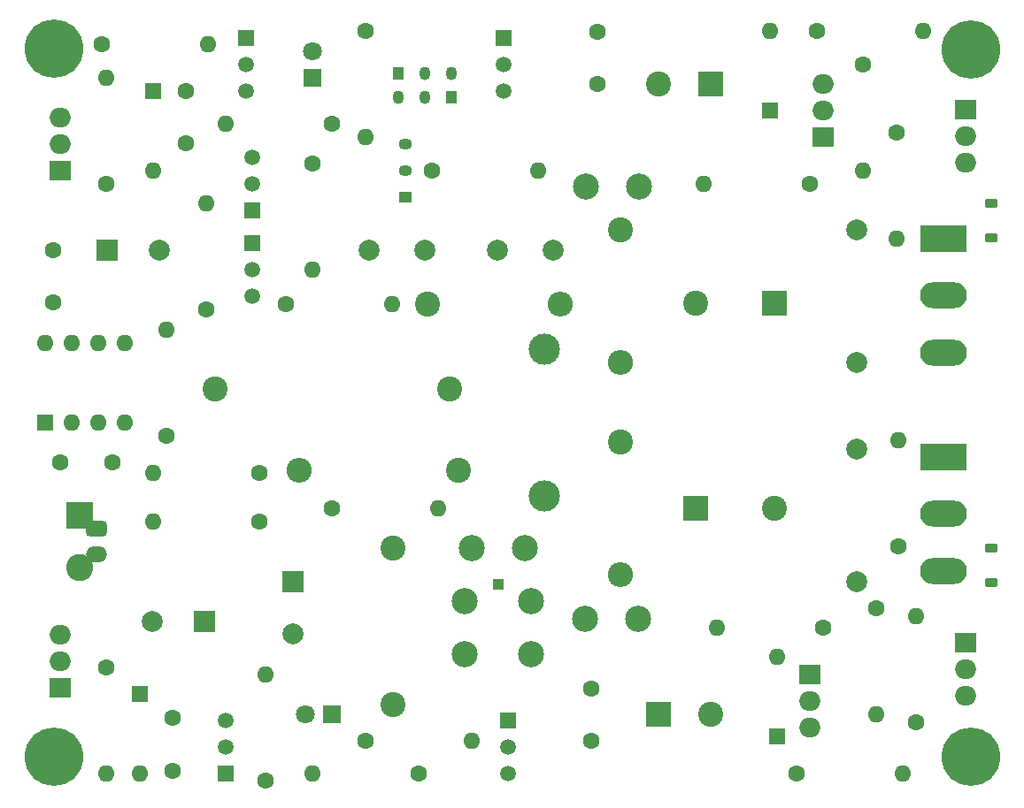
<source format=gbr>
%TF.GenerationSoftware,KiCad,Pcbnew,8.0.3*%
%TF.CreationDate,2024-07-01T09:31:08+02:00*%
%TF.ProjectId,Q17-Mini,5131372d-4d69-46e6-992e-6b696361645f,3.0.1*%
%TF.SameCoordinates,Original*%
%TF.FileFunction,Soldermask,Top*%
%TF.FilePolarity,Negative*%
%FSLAX46Y46*%
G04 Gerber Fmt 4.6, Leading zero omitted, Abs format (unit mm)*
G04 Created by KiCad (PCBNEW 8.0.3) date 2024-07-01 09:31:08*
%MOMM*%
%LPD*%
G01*
G04 APERTURE LIST*
G04 Aperture macros list*
%AMRoundRect*
0 Rectangle with rounded corners*
0 $1 Rounding radius*
0 $2 $3 $4 $5 $6 $7 $8 $9 X,Y pos of 4 corners*
0 Add a 4 corners polygon primitive as box body*
4,1,4,$2,$3,$4,$5,$6,$7,$8,$9,$2,$3,0*
0 Add four circle primitives for the rounded corners*
1,1,$1+$1,$2,$3*
1,1,$1+$1,$4,$5*
1,1,$1+$1,$6,$7*
1,1,$1+$1,$8,$9*
0 Add four rect primitives between the rounded corners*
20,1,$1+$1,$2,$3,$4,$5,0*
20,1,$1+$1,$4,$5,$6,$7,0*
20,1,$1+$1,$6,$7,$8,$9,0*
20,1,$1+$1,$8,$9,$2,$3,0*%
G04 Aperture macros list end*
%ADD10R,2.000000X1.905000*%
%ADD11O,2.000000X1.905000*%
%ADD12C,2.500000*%
%ADD13C,1.600000*%
%ADD14O,1.600000X1.600000*%
%ADD15R,1.800000X1.800000*%
%ADD16C,1.800000*%
%ADD17R,2.400000X2.400000*%
%ADD18C,2.400000*%
%ADD19C,2.000000*%
%ADD20RoundRect,0.225000X-0.375000X0.225000X-0.375000X-0.225000X0.375000X-0.225000X0.375000X0.225000X0*%
%ADD21C,3.600000*%
%ADD22C,5.600000*%
%ADD23R,2.000000X2.000000*%
%ADD24R,1.600000X1.600000*%
%ADD25R,1.300000X1.050000*%
%ADD26O,1.300000X1.050000*%
%ADD27O,2.400000X2.400000*%
%ADD28R,1.500000X1.500000*%
%ADD29C,1.500000*%
%ADD30R,4.500000X2.500000*%
%ADD31O,4.500000X2.500000*%
%ADD32R,1.050000X1.300000*%
%ADD33O,1.050000X1.300000*%
%ADD34C,3.000000*%
%ADD35R,1.000000X1.000000*%
%ADD36R,2.600000X2.600000*%
%ADD37RoundRect,0.375000X-0.625000X0.375000X-0.625000X-0.375000X0.625000X-0.375000X0.625000X0.375000X0*%
%ADD38O,2.000000X1.500000*%
%ADD39C,2.600000*%
G04 APERTURE END LIST*
D10*
%TO.C,Q13*%
X177104495Y-67140037D03*
D11*
X177104495Y-64600037D03*
X177104495Y-62060037D03*
%TD*%
D12*
%TO.C,J3-3*%
X159384495Y-113241037D03*
X154304495Y-113241037D03*
%TD*%
D13*
%TO.C,R19*%
X108077745Y-58250037D03*
D14*
X118237745Y-58250037D03*
%TD*%
D15*
%TO.C,D4*%
X130114495Y-122385037D03*
D16*
X127574495Y-122385037D03*
%TD*%
D17*
%TO.C,C16*%
X164905495Y-102700037D03*
D18*
X172405495Y-102700037D03*
%TD*%
D19*
%TO.C,R12*%
X180279495Y-96985037D03*
X180279495Y-109685037D03*
%TD*%
D10*
%TO.C,Q14*%
X175834495Y-118575037D03*
D11*
X175834495Y-121115037D03*
X175834495Y-123655037D03*
%TD*%
D13*
%TO.C,C12*%
X154879495Y-119925037D03*
X154879495Y-124925037D03*
%TD*%
%TO.C,R6*%
X125669495Y-83127712D03*
D14*
X135829495Y-83127712D03*
%TD*%
D20*
%TO.C,D7*%
X193187267Y-73490037D03*
X193187267Y-76790037D03*
%TD*%
D21*
%TO.C,H3*%
X191188820Y-126440889D03*
D22*
X191188820Y-126440889D03*
%TD*%
D13*
%TO.C,R23*%
X130114495Y-102700037D03*
D14*
X140274495Y-102700037D03*
%TD*%
D13*
%TO.C,R21*%
X123764495Y-128735037D03*
D14*
X123764495Y-118575037D03*
%TD*%
D13*
%TO.C,R40*%
X108524495Y-71585037D03*
D14*
X108524495Y-61425037D03*
%TD*%
D13*
%TO.C,R8*%
X185994495Y-123190000D03*
D14*
X185994495Y-113030000D03*
%TD*%
D13*
%TO.C,C11*%
X155514495Y-62020037D03*
X155514495Y-57020037D03*
%TD*%
D23*
%TO.C,C6*%
X117877172Y-113495037D03*
D19*
X112877172Y-113495037D03*
%TD*%
D24*
%TO.C,D2*%
X112969495Y-62735037D03*
D14*
X112969495Y-70355037D03*
%TD*%
D20*
%TO.C,D8*%
X193187267Y-106485188D03*
X193187267Y-109785188D03*
%TD*%
D15*
%TO.C,D1*%
X128209495Y-61425037D03*
D16*
X128209495Y-58885037D03*
%TD*%
D18*
%TO.C,C17*%
X135899790Y-106497272D03*
X135899790Y-121497272D03*
%TD*%
D19*
%TO.C,C1*%
X133632943Y-77928513D03*
X139004495Y-77928513D03*
%TD*%
D24*
%TO.C,D3*%
X111699495Y-120480037D03*
D14*
X111699495Y-128100037D03*
%TD*%
D13*
%TO.C,R2*%
X130114495Y-65870037D03*
D14*
X119954495Y-65870037D03*
%TD*%
D21*
%TO.C,H1*%
X103463294Y-58647028D03*
D22*
X103463294Y-58647028D03*
%TD*%
D17*
%TO.C,C14*%
X161309495Y-122385037D03*
D18*
X166309495Y-122385037D03*
%TD*%
D24*
%TO.C,D6*%
X172024495Y-64600037D03*
D14*
X172024495Y-56980037D03*
%TD*%
D23*
%TO.C,C3*%
X108604495Y-77935037D03*
D19*
X113604495Y-77935037D03*
%TD*%
D12*
%TO.C,J3-2*%
X149164495Y-116670037D03*
X149164495Y-111590037D03*
%TD*%
%TO.C,J2-1*%
X148529495Y-106510037D03*
X143449495Y-106510037D03*
%TD*%
D13*
%TO.C,R30*%
X177104495Y-114130037D03*
D14*
X166944495Y-114130037D03*
%TD*%
D10*
%TO.C,Q4*%
X104079495Y-119845037D03*
D11*
X104079495Y-117305037D03*
X104079495Y-114765037D03*
%TD*%
D25*
%TO.C,Q9*%
X137099495Y-72855037D03*
D26*
X137099495Y-70315037D03*
X137099495Y-67775037D03*
%TD*%
D18*
%TO.C,R27*%
X139244311Y-83127712D03*
D27*
X151944311Y-83127712D03*
%TD*%
D28*
%TO.C,Q7*%
X122494360Y-77300037D03*
D29*
X122494360Y-79840037D03*
X122494360Y-82380037D03*
%TD*%
D13*
%TO.C,R18*%
X114239495Y-95715037D03*
D14*
X114239495Y-85555037D03*
%TD*%
D19*
%TO.C,C10*%
X151244923Y-77935037D03*
X145873371Y-77935037D03*
%TD*%
D13*
%TO.C,R29*%
X175834495Y-71585037D03*
D14*
X165674495Y-71585037D03*
%TD*%
D30*
%TO.C,Q15*%
X188595000Y-76835000D03*
D31*
X188595000Y-82285000D03*
X188595000Y-87735000D03*
%TD*%
D28*
%TO.C,Q3*%
X119954495Y-128100037D03*
D29*
X119954495Y-125560037D03*
X119954495Y-123020037D03*
%TD*%
D30*
%TO.C,Q16*%
X188595000Y-97752220D03*
D31*
X188595000Y-103202220D03*
X188595000Y-108652220D03*
%TD*%
D18*
%TO.C,R28*%
X157673495Y-96350037D03*
D27*
X157673495Y-109050037D03*
%TD*%
D18*
%TO.C,C7*%
X118864495Y-91270037D03*
X141364495Y-91270037D03*
%TD*%
D13*
%TO.C,C8*%
X114874495Y-122779843D03*
X114874495Y-127779843D03*
%TD*%
%TO.C,R16*%
X123129495Y-99271037D03*
D14*
X112969495Y-99271037D03*
%TD*%
D13*
%TO.C,C5*%
X104079495Y-98255037D03*
X109079495Y-98255037D03*
%TD*%
D32*
%TO.C,Q111*%
X141544495Y-63330037D03*
D33*
X139004495Y-63330037D03*
X136464495Y-63330037D03*
%TD*%
D13*
%TO.C,R24*%
X139639495Y-70315037D03*
D14*
X149799495Y-70315037D03*
%TD*%
D17*
%TO.C,C13*%
X166309495Y-62060037D03*
D18*
X161309495Y-62060037D03*
%TD*%
D28*
%TO.C,Q2*%
X121859495Y-57610037D03*
D29*
X121859495Y-60150037D03*
X121859495Y-62690037D03*
%TD*%
D13*
%TO.C,C4*%
X103444495Y-77935037D03*
X103444495Y-82935037D03*
%TD*%
D21*
%TO.C,H2*%
X191175082Y-58697768D03*
D22*
X191175082Y-58697768D03*
%TD*%
D13*
%TO.C,R4*%
X128209495Y-69680037D03*
D14*
X128209495Y-79840037D03*
%TD*%
D13*
%TO.C,R9*%
X174564495Y-128100037D03*
D14*
X184724495Y-128100037D03*
%TD*%
D18*
%TO.C,R31*%
X142164495Y-98994079D03*
D27*
X126924495Y-98994079D03*
%TD*%
D13*
%TO.C,C9*%
X116144495Y-67735037D03*
X116144495Y-62735037D03*
%TD*%
%TO.C,R1*%
X118049495Y-83650037D03*
D14*
X118049495Y-73490037D03*
%TD*%
D10*
%TO.C,Q6*%
X190698000Y-115570000D03*
D11*
X190698000Y-118110000D03*
X190698000Y-120650000D03*
%TD*%
D34*
%TO.C,L1*%
X150415807Y-87457846D03*
X150415807Y-101457846D03*
%TD*%
D12*
%TO.C,J2-2*%
X142814495Y-116670037D03*
X142814495Y-111590037D03*
%TD*%
D18*
%TO.C,R26*%
X157673495Y-76030037D03*
D27*
X157673495Y-88730037D03*
%TD*%
D13*
%TO.C,R20*%
X138369495Y-128100037D03*
D14*
X128209495Y-128100037D03*
%TD*%
D13*
%TO.C,R14*%
X184089495Y-66672737D03*
D14*
X184089495Y-76832737D03*
%TD*%
D13*
%TO.C,R15*%
X184277000Y-106299000D03*
D14*
X184277000Y-96139000D03*
%TD*%
D13*
%TO.C,R41*%
X108524495Y-117940037D03*
D14*
X108524495Y-128100037D03*
%TD*%
D10*
%TO.C,Q5*%
X190698000Y-64516000D03*
D11*
X190698000Y-67056000D03*
X190698000Y-69596000D03*
%TD*%
D13*
%TO.C,R7*%
X180914495Y-60155037D03*
D14*
X180914495Y-70315037D03*
%TD*%
D28*
%TO.C,Q10*%
X146497495Y-57615037D03*
D29*
X146497495Y-60155037D03*
X146497495Y-62695037D03*
%TD*%
D13*
%TO.C,R13*%
X182184495Y-112225037D03*
D14*
X182184495Y-122385037D03*
%TD*%
D28*
%TO.C,Q12*%
X146899495Y-123020037D03*
D29*
X146899495Y-125560037D03*
X146899495Y-128100037D03*
%TD*%
D13*
%TO.C,R25*%
X133289495Y-124925037D03*
D14*
X143449495Y-124925037D03*
%TD*%
D17*
%TO.C,C15*%
X172405495Y-83015037D03*
D18*
X164905495Y-83015037D03*
%TD*%
D13*
%TO.C,R10*%
X176469495Y-56980037D03*
D14*
X186629495Y-56980037D03*
%TD*%
D21*
%TO.C,H4*%
X103475185Y-126428054D03*
D22*
X103475185Y-126428054D03*
%TD*%
D32*
%TO.C,Q11*%
X136394495Y-61044037D03*
D33*
X138934495Y-61044037D03*
X141474495Y-61044037D03*
%TD*%
D28*
%TO.C,Q8*%
X122494495Y-74125037D03*
D29*
X122494495Y-71585037D03*
X122494495Y-69045037D03*
%TD*%
D10*
%TO.C,Q1*%
X104079495Y-70315037D03*
D11*
X104079495Y-67775037D03*
X104079495Y-65235037D03*
%TD*%
D13*
%TO.C,R3*%
X133289495Y-56980037D03*
D14*
X133289495Y-67140037D03*
%TD*%
D19*
%TO.C,R11*%
X180279495Y-76030037D03*
X180279495Y-88730037D03*
%TD*%
D35*
%TO.C,J4*%
X145989495Y-109939037D03*
%TD*%
D36*
%TO.C,J1*%
X105984495Y-103335037D03*
D37*
X107596495Y-104585037D03*
D38*
X107596495Y-107085037D03*
D39*
X105984495Y-108335037D03*
%TD*%
D23*
%TO.C,C2*%
X126324538Y-109711651D03*
D19*
X126324538Y-114711651D03*
%TD*%
D24*
%TO.C,U1'*%
X102657426Y-94445037D03*
D14*
X105197426Y-94445037D03*
X107737426Y-94445037D03*
X110277426Y-94445037D03*
X110277426Y-86825037D03*
X107737426Y-86825037D03*
X105197426Y-86825037D03*
X102657426Y-86825037D03*
%TD*%
D24*
%TO.C,D5*%
X172690981Y-124535037D03*
D14*
X172690981Y-116915037D03*
%TD*%
D12*
%TO.C,J3-1*%
X159451495Y-71839037D03*
X154371495Y-71839037D03*
%TD*%
D13*
%TO.C,R17*%
X123129495Y-103970037D03*
D14*
X112969495Y-103970037D03*
%TD*%
M02*

</source>
